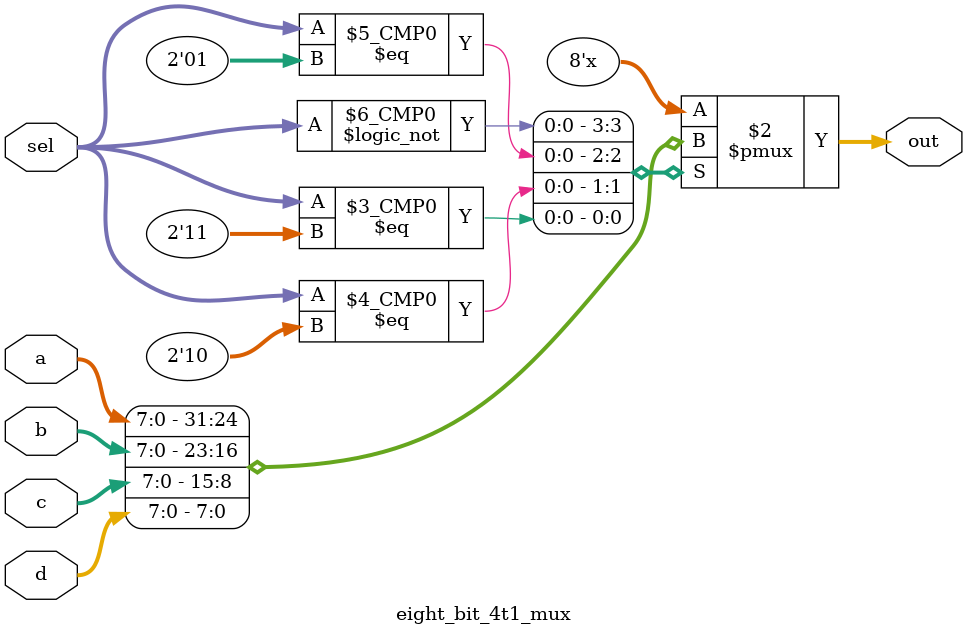
<source format=v>
module top_module ( 
    input clk, 
    input [7:0] d, 
    input [1:0] sel, 
    output [7:0] q 
);
    wire [7:0] temp1;
    wire [7:0] temp2;
    wire [7:0] temp3;
    
    my_dff8 dff1(.clk(clk), .d(d), .q(temp1));
    my_dff8 dff2(.clk(clk), .d(temp1), .q(temp2));
    my_dff8 dff3(.clk(clk), .d(temp2), .q(temp3));
    eight_bit_4t1_mux mux1(.a(d), .b(temp1), .c(temp2), .d(temp3), .sel(sel), .out(q));
    
    
endmodule

module eight_bit_4t1_mux(
    input [7:0] a,
    input [7:0] b,
    input [7:0] c,
    input [7:0] d,
    input [1:0] sel,
    output [7:0] out
);
    always@(*)
        begin
            case(sel)
                2'b00: out = a;
                2'b01: out = b;
                2'b10: out = c;
                2'b11: out = d;
            endcase
        end
endmodule

</source>
